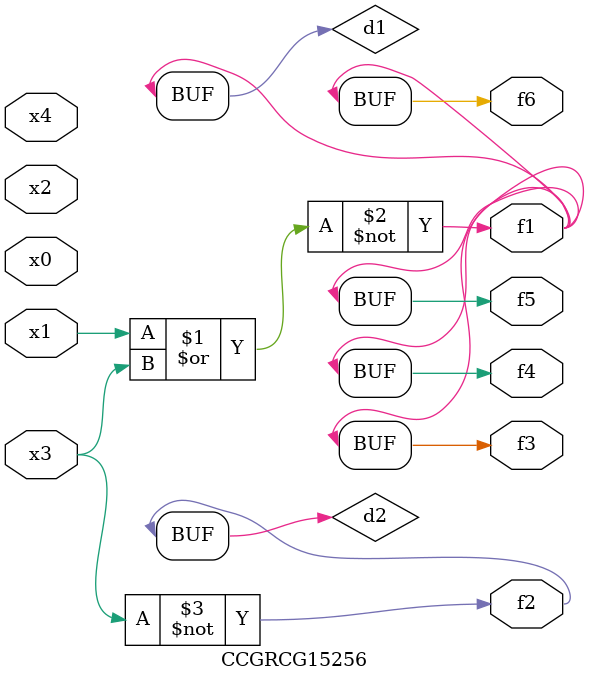
<source format=v>
module CCGRCG15256(
	input x0, x1, x2, x3, x4,
	output f1, f2, f3, f4, f5, f6
);

	wire d1, d2;

	nor (d1, x1, x3);
	not (d2, x3);
	assign f1 = d1;
	assign f2 = d2;
	assign f3 = d1;
	assign f4 = d1;
	assign f5 = d1;
	assign f6 = d1;
endmodule

</source>
